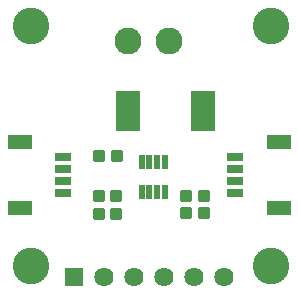
<source format=gbr>
G04 EAGLE Gerber RS-274X export*
G75*
%MOMM*%
%FSLAX34Y34*%
%LPD*%
%AMOC8*
5,1,8,0,0,1.08239X$1,22.5*%
G01*
%ADD10C,3.101600*%
%ADD11C,0.326897*%
%ADD12R,1.451600X0.701600*%
%ADD13R,2.101600X1.301600*%
%ADD14C,2.286000*%
%ADD15R,2.133600X3.403600*%
%ADD16R,0.501600X1.301600*%
%ADD17R,1.625600X1.625600*%
%ADD18C,1.625600*%


D10*
X25000Y25000D03*
X228200Y25000D03*
X25000Y228200D03*
X228200Y228200D03*
D11*
X101109Y121175D02*
X94471Y121175D01*
X101109Y121175D02*
X101109Y114537D01*
X94471Y114537D01*
X94471Y121175D01*
X94471Y117643D02*
X101109Y117643D01*
X101109Y120749D02*
X94471Y120749D01*
X85869Y121175D02*
X79231Y121175D01*
X85869Y121175D02*
X85869Y114537D01*
X79231Y114537D01*
X79231Y121175D01*
X79231Y117643D02*
X85869Y117643D01*
X85869Y120749D02*
X79231Y120749D01*
D12*
X52000Y116854D03*
X52000Y106854D03*
X52000Y96854D03*
X52000Y86854D03*
D13*
X15250Y73854D03*
X15250Y129854D03*
D12*
X198000Y86854D03*
X198000Y96854D03*
X198000Y106854D03*
X198000Y116854D03*
D13*
X234750Y129854D03*
X234750Y73854D03*
D14*
X107000Y215500D03*
X142000Y215500D03*
D11*
X79231Y87139D02*
X79231Y80501D01*
X79231Y87139D02*
X85869Y87139D01*
X85869Y80501D01*
X79231Y80501D01*
X79231Y83607D02*
X85869Y83607D01*
X85869Y86713D02*
X79231Y86713D01*
X79231Y71899D02*
X79231Y65261D01*
X79231Y71899D02*
X85869Y71899D01*
X85869Y65261D01*
X79231Y65261D01*
X79231Y68367D02*
X85869Y68367D01*
X85869Y71473D02*
X79231Y71473D01*
X93963Y80501D02*
X93963Y87139D01*
X100601Y87139D01*
X100601Y80501D01*
X93963Y80501D01*
X93963Y83607D02*
X100601Y83607D01*
X100601Y86713D02*
X93963Y86713D01*
X93963Y71899D02*
X93963Y65261D01*
X93963Y71899D02*
X100601Y71899D01*
X100601Y65261D01*
X93963Y65261D01*
X93963Y68367D02*
X100601Y68367D01*
X100601Y71473D02*
X93963Y71473D01*
D15*
X106904Y155954D03*
X170404Y155954D03*
D11*
X168385Y87139D02*
X175023Y87139D01*
X175023Y80501D01*
X168385Y80501D01*
X168385Y87139D01*
X168385Y83607D02*
X175023Y83607D01*
X175023Y86713D02*
X168385Y86713D01*
X159783Y87139D02*
X153145Y87139D01*
X159783Y87139D02*
X159783Y80501D01*
X153145Y80501D01*
X153145Y87139D01*
X153145Y83607D02*
X159783Y83607D01*
X159783Y86713D02*
X153145Y86713D01*
X168385Y72661D02*
X175023Y72661D01*
X175023Y66023D01*
X168385Y66023D01*
X168385Y72661D01*
X168385Y69129D02*
X175023Y69129D01*
X175023Y72235D02*
X168385Y72235D01*
X159783Y72661D02*
X153145Y72661D01*
X159783Y72661D02*
X159783Y66023D01*
X153145Y66023D01*
X153145Y72661D01*
X153145Y69129D02*
X159783Y69129D01*
X159783Y72235D02*
X153145Y72235D01*
D16*
X138274Y113076D03*
X131774Y113076D03*
X125274Y113076D03*
X118774Y113076D03*
X118774Y87076D03*
X125274Y87076D03*
X131774Y87076D03*
X138274Y87076D03*
D17*
X61500Y15000D03*
D18*
X86900Y15000D03*
X112300Y15000D03*
X137700Y15000D03*
X163100Y15000D03*
X188500Y15000D03*
M02*

</source>
